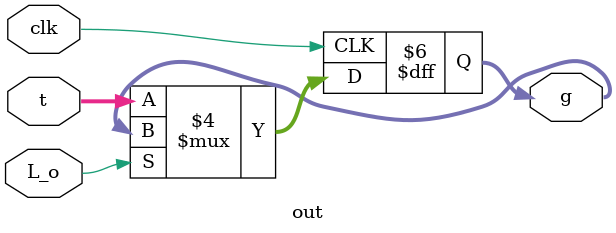
<source format=v>
module out(L_o,clk,t,g);
	input L_o; 
	input clk; 
	input [7:0] t;
	output reg [7:0] g; 
	always @(posedge clk)
		begin
			if (L_o==0)
				begin
					g<=t;
				end
		  else 
				begin
					g<=g; 
				end 
		end 
endmodule
</source>
